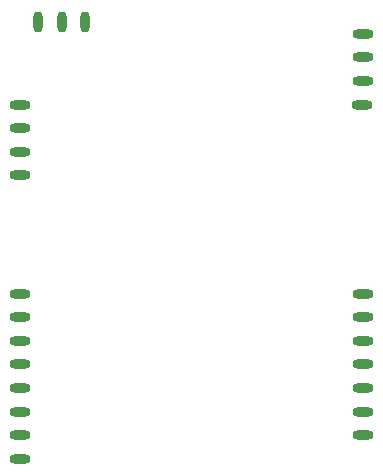
<source format=gbr>
G04 DipTrace 2.4.0.2*
%IN2_Layer_Bottom_PMask.gbr*%
%MOIN*%
%ADD48O,0.0315X0.0709*%
%ADD50O,0.0709X0.0315*%
%FSLAX44Y44*%
G04*
G70*
G90*
G75*
G01*
%LNBotPaste*%
%LPD*%
D50*
X4134Y5709D3*
Y6496D3*
Y7283D3*
Y8071D3*
Y8858D3*
Y9646D3*
Y10433D3*
Y14370D3*
Y15157D3*
Y15945D3*
Y16732D3*
X15591Y19094D3*
Y18307D3*
Y17520D3*
X15551Y16732D3*
X15591Y10433D3*
Y9646D3*
Y8858D3*
Y8071D3*
Y7283D3*
Y6496D3*
X4134Y4921D3*
X15591Y5709D3*
D48*
X4744Y19488D3*
X5531D3*
X6319D3*
M02*

</source>
